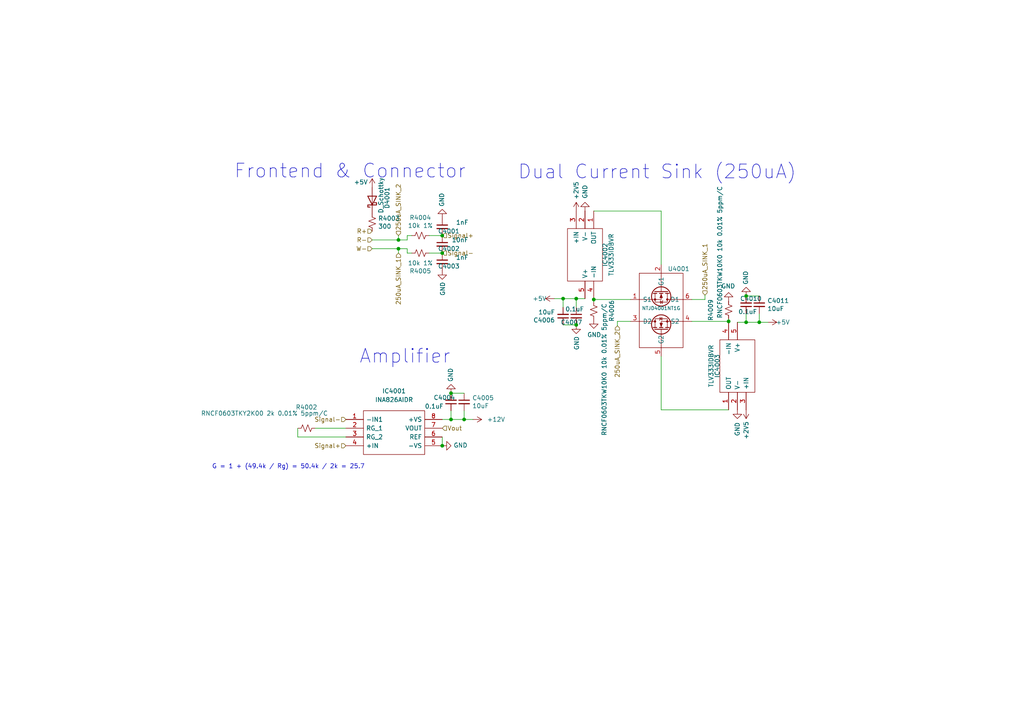
<source format=kicad_sch>
(kicad_sch (version 20231120) (generator "eeschema") (generator_version "8.0")
  (paper "A4")
  (lib_symbols
    (symbol "Device:C_Small" (pin_numbers hide) (pin_names (offset 0.254) hide)
      (property "Reference" "C" (at 0.254 1.778 0))
      (property "Value" "C_Small" (at 0.254 -2.032 0))
      (symbol "C_Small_0_1"
        (polyline (pts (xy -1.524 -0.508) (xy 1.524 -0.508)) (stroke (width 0.3302)))
        (polyline (pts (xy -1.524 0.508) (xy 1.524 0.508)) (stroke (width 0.3048)))
      )
      (symbol "C_Small_1_1"
        (pin passive line (at 0 2.54 270) (length 2.032) (name "~") (number "1"))
        (pin passive line (at 0 -2.54 90) (length 2.032) (name "~") (number "2"))
      )
    )
    (symbol "Device:D_Schottky" (pin_numbers hide) (pin_names (offset 1.016) hide)
      (property "Reference" "D" (at 0 2.54 0))
      (property "Value" "D_Schottky" (at 0 -2.54 0))
      (symbol "D_Schottky_0_1"
        (polyline (pts (xy 1.27 0) (xy -1.27 0)))
        (polyline (pts (xy 1.27 1.27) (xy 1.27 -1.27) (xy -1.27 0) (xy 1.27 1.27)) (stroke (width 0.254)))
        (polyline (pts (xy -1.905 0.635) (xy -1.905 1.27) (xy -1.27 1.27) (xy -1.27 -1.27) (xy -0.635 -1.27) (xy -0.635 -0.635)) (stroke (width 0.254)))
      )
      (symbol "D_Schottky_1_1"
        (pin passive line (at -3.81 0 0) (length 2.54) (name "K") (number "1"))
        (pin passive line (at 3.81 0 180) (length 2.54) (name "A") (number "2"))
      )
    )
    (symbol "Device:R_Small_US" (pin_numbers hide) (pin_names (offset 0.254) hide)
      (property "Reference" "R" (at 0.762 0.508 0))
      (property "Value" "R_Small_US" (at 0.762 -1.016 0))
      (symbol "R_Small_US_1_1"
        (polyline (pts (xy 0 0) (xy 1.016 -0.381) (xy 0 -0.762) (xy -1.016 -1.143) (xy 0 -1.524)))
        (polyline (pts (xy 0 1.524) (xy 1.016 1.143) (xy 0 0.762) (xy -1.016 0.381) (xy 0 0)))
        (pin passive line (at 0 2.54 270) (length 1.016) (name "~") (number "1"))
        (pin passive line (at 0 -2.54 90) (length 1.016) (name "~") (number "2"))
      )
    )
    (symbol "aaa:INA826AIDR" (pin_names (offset 0.762))
      (property "Reference" "IC" (at 24.13 7.62 0))
      (property "Value" "INA826AIDR" (at 24.13 5.08 0))
      (symbol "INA826AIDR_0_0"
        (pin passive line (at 0 0 0) (length 5.08) (name "-IN1") (number "1"))
        (pin passive line (at 0 -2.54 0) (length 5.08) (name "RG_1") (number "2"))
        (pin passive line (at 0 -5.08 0) (length 5.08) (name "RG_2") (number "3"))
        (pin passive line (at 0 -7.62 0) (length 5.08) (name "+IN") (number "4"))
        (pin passive line (at 27.94 -7.62 180) (length 5.08) (name "-VS") (number "5"))
        (pin passive line (at 27.94 -5.08 180) (length 5.08) (name "REF") (number "6"))
        (pin passive line (at 27.94 -2.54 180) (length 5.08) (name "VOUT") (number "7"))
        (pin passive line (at 27.94 0 180) (length 5.08) (name "+VS") (number "8"))
      )
      (symbol "INA826AIDR_0_1"
        (polyline (pts (xy 5.08 2.54) (xy 22.86 2.54) (xy 22.86 -10.16) (xy 5.08 -10.16) (xy 5.08 2.54)) (stroke (width 0.1524)))
      )
    )
    (symbol "aaa:TLV333IDBVR" (pin_names (offset 0.762))
      (property "Reference" "IC" (at 21.59 7.62 0))
      (property "Value" "TLV333IDBVR" (at 21.59 5.08 0))
      (symbol "TLV333IDBVR_0_0"
        (pin passive line (at 0 0 0) (length 5.08) (name "OUT") (number "1"))
        (pin passive line (at 0 -2.54 0) (length 5.08) (name "V-") (number "2"))
        (pin passive line (at 0 -5.08 0) (length 5.08) (name "+IN") (number "3"))
        (pin passive line (at 25.4 0 180) (length 5.08) (name "-IN") (number "4"))
        (pin passive line (at 25.4 -2.54 180) (length 5.08) (name "V+") (number "5"))
      )
      (symbol "TLV333IDBVR_0_1"
        (polyline (pts (xy 5.08 2.54) (xy 20.32 2.54) (xy 20.32 -7.62) (xy 5.08 -7.62) (xy 5.08 2.54)) (stroke (width 0.1524)))
      )
    )
    (symbol "aaa:NTJD4001NT1G" (pin_names (offset 1.016))
      (property "Reference" "U" (at -8.89 -2.54 0))
      (property "Value" "NTJD4001NT1G" (at 1.27 -10.16 90))
      (symbol "NTJD4001NT1G_0_1"
        (rectangle (start -10.16 -3.81) (end 11.43 -16.51))
        (polyline (pts (xy -7.62 -10.16) (xy -10.16 -10.16)))
        (polyline (pts (xy -2.54 -12.7) (xy -2.54 -16.51)))
        (polyline (pts (xy -2.54 -7.62) (xy -2.54 -3.81)))
        (polyline (pts (xy 3.81 -12.7) (xy 3.81 -16.51)))
        (polyline (pts (xy 3.81 -7.62) (xy 3.81 -3.81)))
        (polyline (pts (xy 8.89 -10.16) (xy 11.43 -10.16)))
      )
      (symbol "NTJD4001NT1G_1_1"
        (circle (center -3.429 -10.16) (radius 2.794) (stroke (width 0.254)))
        (circle (center -2.54 -11.938) (radius 0.254) (fill (type outline)))
        (circle (center -2.54 -8.382) (radius 0.254) (fill (type outline)))
        (polyline (pts (xy -4.826 -10.16) (xy -7.62 -10.16)))
        (polyline (pts (xy -4.826 -8.255) (xy -4.826 -12.065)) (stroke (width 0.254)))
        (polyline (pts (xy -4.318 -11.43) (xy -4.318 -12.446)) (stroke (width 0.254)))
        (polyline (pts (xy -4.318 -9.652) (xy -4.318 -10.668)) (stroke (width 0.254)))
        (polyline (pts (xy -4.318 -7.874) (xy -4.318 -8.89)) (stroke (width 0.254)))
        (polyline (pts (xy -2.54 -7.62) (xy -2.54 -8.382)))
        (polyline (pts (xy 3.81 -12.7) (xy 3.81 -11.938)))
        (polyline (pts (xy 5.588 -12.446) (xy 5.588 -11.43)) (stroke (width 0.254)))
        (polyline (pts (xy 5.588 -10.668) (xy 5.588 -9.652)) (stroke (width 0.254)))
        (polyline (pts (xy 5.588 -8.89) (xy 5.588 -7.874)) (stroke (width 0.254)))
        (polyline (pts (xy 6.096 -12.065) (xy 6.096 -8.255)) (stroke (width 0.254)))
        (polyline (pts (xy 6.096 -10.16) (xy 8.89 -10.16)))
        (polyline (pts (xy -2.54 -12.7) (xy -2.54 -10.16) (xy -4.318 -10.16)))
        (polyline (pts (xy 3.81 -7.62) (xy 3.81 -10.16) (xy 5.588 -10.16)))
        (polyline (pts (xy -4.318 -11.938) (xy -1.778 -11.938) (xy -1.778 -8.382) (xy -4.318 -8.382)))
        (polyline (pts (xy -4.064 -10.16) (xy -3.048 -9.779) (xy -3.048 -10.541) (xy -4.064 -10.16)) (fill (type outline)))
        (polyline (pts (xy -2.286 -9.652) (xy -2.159 -9.779) (xy -1.397 -9.779) (xy -1.27 -9.906)))
        (polyline (pts (xy -1.778 -9.779) (xy -2.159 -10.414) (xy -1.397 -10.414) (xy -1.778 -9.779)))
        (polyline (pts (xy 3.048 -10.541) (xy 3.429 -9.906) (xy 2.667 -9.906) (xy 3.048 -10.541)))
        (polyline (pts (xy 3.556 -10.668) (xy 3.429 -10.541) (xy 2.667 -10.541) (xy 2.54 -10.414)))
        (polyline (pts (xy 5.334 -10.16) (xy 4.318 -10.541) (xy 4.318 -9.779) (xy 5.334 -10.16)) (fill (type outline)))
        (polyline (pts (xy 5.588 -8.382) (xy 3.048 -8.382) (xy 3.048 -11.938) (xy 5.588 -11.938)))
        (circle (center 3.81 -11.938) (radius 0.254) (fill (type outline)))
        (circle (center 3.81 -8.382) (radius 0.254) (fill (type outline)))
        (circle (center 4.699 -10.16) (radius 2.794) (stroke (width 0.254)))
        (pin passive line (at -2.54 -19.05 90) (length 2.54) (name "S1") (number "1"))
        (pin input line (at -12.7 -10.16 0) (length 2.54) (name "G1") (number "2"))
        (pin passive line (at 3.81 -19.05 90) (length 2.54) (name "D2") (number "3"))
        (pin passive line (at 3.81 -1.27 270) (length 2.54) (name "S2") (number "4"))
        (pin input line (at 13.97 -10.16 180) (length 2.54) (name "G2") (number "5"))
        (pin passive line (at -2.54 -1.27 270) (length 2.54) (name "D1") (number "6"))
      )
    )
    (symbol "power:+12V" (power) (pin_names (offset 0))
      (property "Value" "+12V" (at 0 3.556 0))
      (symbol "+12V_0_1"
        (polyline (pts (xy -0.762 1.27) (xy 0 2.54)))
        (polyline (pts (xy 0 0) (xy 0 2.54)))
        (polyline (pts (xy 0 2.54) (xy 0.762 1.27)))
      )
      (symbol "+12V_1_1"
        (pin power_in line (at 0 0 90) (length 0) hide (name "+12V") (number "1"))
      )
    )
    (symbol "power:+2V5" (power) (pin_names (offset 0))
      (property "Value" "+2V5" (at 0 3.556 0))
      (symbol "+2V5_0_1"
        (polyline (pts (xy -0.762 1.27) (xy 0 2.54)))
        (polyline (pts (xy 0 0) (xy 0 2.54)))
        (polyline (pts (xy 0 2.54) (xy 0.762 1.27)))
      )
      (symbol "+2V5_1_1"
        (pin power_in line (at 0 0 90) (length 0) hide (name "+2V5") (number "1"))
      )
    )
    (symbol "power:+5V" (power) (pin_names (offset 0))
      (property "Value" "+5V" (at 0 3.556 0))
      (symbol "+5V_0_1"
        (polyline (pts (xy -0.762 1.27) (xy 0 2.54)))
        (polyline (pts (xy 0 0) (xy 0 2.54)))
        (polyline (pts (xy 0 2.54) (xy 0.762 1.27)))
      )
      (symbol "+5V_1_1"
        (pin power_in line (at 0 0 90) (length 0) hide (name "+5V") (number "1"))
      )
    )
    (symbol "power:GND" (power) (pin_names (offset 0))
      (property "Value" "GND" (at 0 -3.81 0))
      (symbol "GND_0_1"
        (polyline (pts (xy 0 0) (xy 0 -1.27) (xy 1.27 -1.27) (xy 0 -2.54) (xy -1.27 -1.27) (xy 0 -1.27)))
      )
      (symbol "GND_1_1"
        (pin power_in line (at 0 0 270) (length 0) hide (name "GND") (number "1"))
      )
    )
  )
  (junction (at 128.27 129.286))
  (junction (at 128.27 68.326))
  (junction (at 216.408 85.852))
  (junction (at 163.322 86.614))
  (junction (at 130.81 114.046))
  (junction (at 211.328 93.218))
  (junction (at 128.27 73.406))
  (junction (at 172.212 86.868))
  (junction (at 216.408 93.472))
  (junction (at 134.62 121.666))
  (junction (at 115.57 72.136))
  (junction (at 167.132 86.614))
  (junction (at 220.218 93.472))
  (junction (at 130.81 121.666))
  (junction (at 115.57 69.596))
  (junction (at 167.132 94.234))
  (wire (pts (xy 134.62 114.046) (xy 130.81 114.046)))
  (wire (pts (xy 220.218 85.852) (xy 216.408 85.852)))
  (wire (pts (xy 86.36 126.746) (xy 100.33 126.746)))
  (wire (pts (xy 204.47 86.868) (xy 204.47 85.598)))
  (wire (pts (xy 128.27 126.746) (xy 128.27 129.286)))
  (wire (pts (xy 160.782 86.614) (xy 163.322 86.614)))
  (wire (pts (xy 86.36 124.206) (xy 86.36 126.746)))
  (wire (pts (xy 211.328 93.218) (xy 211.328 92.456)))
  (wire (pts (xy 200.66 86.868) (xy 204.47 86.868)))
  (wire (pts (xy 167.132 86.614) (xy 169.672 86.614)))
  (wire (pts (xy 222.758 93.472) (xy 220.218 93.472)))
  (wire (pts (xy 191.77 118.872) (xy 211.328 118.872)))
  (wire (pts (xy 115.57 72.136) (xy 115.57 73.406)))
  (wire (pts (xy 216.408 93.472) (xy 213.868 93.472)))
  (wire (pts (xy 220.218 93.472) (xy 216.408 93.472)))
  (wire (pts (xy 134.62 121.666) (xy 130.81 121.666)))
  (wire (pts (xy 163.322 94.234) (xy 167.132 94.234)))
  (wire (pts (xy 172.212 61.214) (xy 191.77 61.214)))
  (wire (pts (xy 134.62 121.666) (xy 137.16 121.666)))
  (wire (pts (xy 118.11 73.406) (xy 118.11 72.136)))
  (wire (pts (xy 163.322 89.154) (xy 163.322 86.614)))
  (wire (pts (xy 172.212 86.614) (xy 172.212 86.868)))
  (wire (pts (xy 118.11 69.596) (xy 115.57 69.596)))
  (wire (pts (xy 107.95 69.596) (xy 115.57 69.596)))
  (wire (pts (xy 191.77 103.378) (xy 191.77 118.872)))
  (wire (pts (xy 128.27 121.666) (xy 130.81 121.666)))
  (wire (pts (xy 91.44 124.206) (xy 100.33 124.206)))
  (wire (pts (xy 216.408 93.472) (xy 216.408 90.932)))
  (wire (pts (xy 134.62 119.126) (xy 134.62 121.666)))
  (wire (pts (xy 130.81 121.666) (xy 130.81 119.126)))
  (wire (pts (xy 191.77 61.214) (xy 191.77 76.708)))
  (wire (pts (xy 167.132 86.614) (xy 167.132 89.154)))
  (wire (pts (xy 124.46 73.406) (xy 128.27 73.406)))
  (wire (pts (xy 172.212 86.868) (xy 182.88 86.868)))
  (wire (pts (xy 119.38 68.326) (xy 118.11 68.326)))
  (wire (pts (xy 182.88 93.218) (xy 179.07 93.218)))
  (wire (pts (xy 211.328 93.472) (xy 211.328 93.218)))
  (wire (pts (xy 118.11 72.136) (xy 115.57 72.136)))
  (wire (pts (xy 115.57 69.596) (xy 115.57 68.326)))
  (wire (pts (xy 179.07 93.218) (xy 179.07 94.488)))
  (wire (pts (xy 172.212 86.868) (xy 172.212 87.63)))
  (wire (pts (xy 118.11 68.326) (xy 118.11 69.596)))
  (wire (pts (xy 107.95 72.136) (xy 115.57 72.136)))
  (wire (pts (xy 124.46 68.326) (xy 128.27 68.326)))
  (wire (pts (xy 220.218 90.932) (xy 220.218 93.472)))
  (wire (pts (xy 163.322 86.614) (xy 167.132 86.614)))
  (wire (pts (xy 200.66 93.218) (xy 211.328 93.218)))
  (wire (pts (xy 119.38 73.406) (xy 118.11 73.406)))
  (text "Dual Current Sink (250uA)" (at 150.114 52.324 0) (effects (font (size 4 4)) (justify left bottom)))
  (text "Frontend & Connector" (at 67.818 52.07 0) (effects (font (size 4 4)) (justify left bottom)))
  (text "Amplifier" (at 104.14 105.791 0) (effects (font (size 4 4)) (justify left bottom)))
  (text "G = 1 + (49.4k / Rg) = 50.4k / 2k = 25.7" (at 61.468 136.144 0) (effects (font (size 1.27 1.27)) (justify left bottom)))
  (hierarchical_label "Signal-" (shape input) (at 128.27 73.406 0))
  (hierarchical_label "250uA_SINK_2" (shape input) (at 179.07 94.488 270))
  (hierarchical_label "Signal-" (shape input) (at 100.33 121.666 180))
  (hierarchical_label "250uA_SINK_2" (shape input) (at 115.57 68.326 90))
  (hierarchical_label "Signal+" (shape input) (at 128.27 68.326 0))
  (hierarchical_label "R-" (shape input) (at 107.95 69.596 180))
  (hierarchical_label "Signal+" (shape input) (at 100.33 129.286 180))
  (hierarchical_label "R+" (shape input) (at 107.95 67.056 180))
  (hierarchical_label "250uA_SINK_1" (shape input) (at 115.57 73.406 270))
  (hierarchical_label "250uA_SINK_1" (shape input) (at 204.47 85.598 90))
  (hierarchical_label "Vout" (shape input) (at 128.27 124.206 0))
  (hierarchical_label "W-" (shape input) (at 107.95 72.136 180))
  (symbol (lib_id "power:GND") (at 216.408 85.852 180) (unit 1)
    (property "Reference" "#PWR04014" (effects (hide yes)))
    (property "Value" "GND" (at 216.281 82.6008 90) (effects (justify right)))
    (instances (project "simplicity_analog_1" (path "" (reference "#PWR04014") (unit 1)) (path "" (reference "#PWR013014") (unit 1)) (path "" (reference "#PWR017014") (unit 1)) (path "" (reference "#PWR025014") (unit 1)) (path "" (reference "#PWR021014") (unit 1)) (path "" (reference "#PWR05014") (unit 1))) (project "analog_frontend_panel" (path "" (reference "#PWR0115") (unit 1)) (path "" (reference "#PWR0131") (unit 1)) (path "" (reference "#PWR0147") (unit 1)) (path "" (reference "#PWR0179") (unit 1)) (path "" (reference "#PWR0163") (unit 1)) (path "" (reference "#PWR099") (unit 1))))
  )
  (symbol (lib_id "power:GND") (at 211.328 87.376 180) (unit 1)
    (property "Reference" "#PWR04012" (effects (hide yes)))
    (property "Value" "GND" (at 211.201 82.9818 0))
    (instances (project "simplicity_analog_1" (path "" (reference "#PWR04012") (unit 1)) (path "" (reference "#PWR013012") (unit 1)) (path "" (reference "#PWR017012") (unit 1)) (path "" (reference "#PWR025012") (unit 1)) (path "" (reference "#PWR021012") (unit 1)) (path "" (reference "#PWR05012") (unit 1))) (project "analog_frontend_panel" (path "" (reference "#PWR0113") (unit 1)) (path "" (reference "#PWR0129") (unit 1)) (path "" (reference "#PWR0145") (unit 1)) (path "" (reference "#PWR0177") (unit 1)) (path "" (reference "#PWR0161") (unit 1)) (path "" (reference "#PWR097") (unit 1))))
  )
  (symbol (lib_id "power:GND") (at 213.868 118.872 0) (unit 1)
    (property "Reference" "#PWR04013" (effects (hide yes)))
    (property "Value" "GND" (at 213.868 122.428 90) (effects (justify right)))
    (instances (project "simplicity_analog_1" (path "" (reference "#PWR04013") (unit 1)) (path "" (reference "#PWR013013") (unit 1)) (path "" (reference "#PWR017013") (unit 1)) (path "" (reference "#PWR025013") (unit 1)) (path "" (reference "#PWR021013") (unit 1)) (path "" (reference "#PWR05013") (unit 1))) (project "analog_frontend_panel" (path "" (reference "#PWR0114") (unit 1)) (path "" (reference "#PWR0130") (unit 1)) (path "" (reference "#PWR0146") (unit 1)) (path "" (reference "#PWR0178") (unit 1)) (path "" (reference "#PWR0162") (unit 1)) (path "" (reference "#PWR098") (unit 1))))
  )
  (symbol (lib_id "Device:R_Small_US") (at 211.328 89.916 180) (unit 1)
    (property "Reference" "R4009" (at 206.121 89.916 90))
    (property "Value" "RNCF0603TKW10K0 10k 0.01% 5ppm/C" (at 208.788 73.152 90))
    (property "Footprint" "Resistor_SMD:R_0603_1608Metric" (effects (hide yes)))
    (property "LCSC" "C2482678" (effects (hide yes)))
    (instances (project "simplicity_analog_1" (path "" (reference "R4009") (unit 1)) (path "" (reference "R13009") (unit 1)) (path "" (reference "R17009") (unit 1)) (path "" (reference "R25009") (unit 1)) (path "" (reference "R21009") (unit 1)) (path "" (reference "R5009") (unit 1))) (project "analog_frontend_panel" (path "" (reference "R56") (unit 1)) (path "" (reference "R65") (unit 1)) (path "" (reference "R74") (unit 1)) (path "" (reference "R92") (unit 1)) (path "" (reference "R83") (unit 1)) (path "" (reference "R47") (unit 1))))
  )
  (symbol (lib_id "power:GND") (at 130.81 114.046 180) (unit 1)
    (property "Reference" "#PWR04005" (effects (hide yes)))
    (property "Value" "GND" (at 130.683 110.7948 90) (effects (justify right)))
    (instances (project "simplicity_analog_1" (path "" (reference "#PWR04005") (unit 1)) (path "" (reference "#PWR013005") (unit 1)) (path "" (reference "#PWR017005") (unit 1)) (path "" (reference "#PWR025005") (unit 1)) (path "" (reference "#PWR021005") (unit 1)) (path "" (reference "#PWR05005") (unit 1))) (project "analog_frontend_panel" (path "" (reference "#PWR0106") (unit 1)) (path "" (reference "#PWR0122") (unit 1)) (path "" (reference "#PWR0138") (unit 1)) (path "" (reference "#PWR0170") (unit 1)) (path "" (reference "#PWR0154") (unit 1)) (path "" (reference "#PWR090") (unit 1))))
  )
  (symbol (lib_id "aaa:TLV333IDBVR") (at 172.212 61.214 270) (unit 1)
    (property "Reference" "IC4002" (at 175.514 73.914 0))
    (property "Value" "TLV333IDBVR" (at 177.292 73.914 0))
    (property "Footprint" "Package_TO_SOT_SMD:SOT-23-5" (effects (hide yes)))
    (property "Datasheet" "http://www.ti.com/lit/gpn/tlv333" (effects (hide yes)))
    (property "Description" "350 kHz, Low-Noise, RRIO, CMOS Operational Amplifier for Cost-Sensitive Systems" (effects (hide yes)))
    (property "Height" "1.45" (effects (hide yes)))
    (property "Manufacturer_Name" "Texas Instruments" (effects (hide yes)))
    (property "Manufacturer_Part_Number" "TLV333IDBVR" (effects (hide yes)))
    (property "Mouser Part Number" "595-TLV333IDBVR" (effects (hide yes)))
    (property "Mouser Price/Stock" "https://www.mouser.co.uk/ProductDetail/Texas-Instruments/TLV333IDBVR?qs=n%252BTO0c4TDSbTbn2suQLlAQ%3D%3D" (effects (hide yes)))
    (property "Arrow Part Number" "TLV333IDBVR" (effects (hide yes)))
    (property "Arrow Price/Stock" "https://www.arrow.com/en/products/tlv333idbvr/texas-instruments" (effects (hide yes)))
    (instances (project "simplicity_analog_1" (path "" (reference "IC4002") (unit 1)) (path "" (reference "IC13002") (unit 1)) (path "" (reference "IC17002") (unit 1)) (path "" (reference "IC25002") (unit 1)) (path "" (reference "IC21002") (unit 1)) (path "" (reference "IC5002") (unit 1))) (project "analog_frontend_panel" (path "" (reference "IC16") (unit 1)) (path "" (reference "IC19") (unit 1)) (path "" (reference "IC22") (unit 1)) (path "" (reference "IC28") (unit 1)) (path "" (reference "IC25") (unit 1)) (path "" (reference "IC13") (unit 1))))
  )
  (symbol (lib_id "Device:R_Small_US") (at 121.92 68.326 270) (unit 1)
    (property "Reference" "R4004" (at 121.92 63.119 90))
    (property "Value" "10k 1%" (at 121.92 65.4304 90))
    (property "Footprint" "Capacitor_SMD:C_0402_1005Metric" (effects (hide yes)))
    (instances (project "simplicity_analog_1" (path "" (reference "R4004") (unit 1)) (path "" (reference "R13004") (unit 1)) (path "" (reference "R17004") (unit 1)) (path "" (reference "R25004") (unit 1)) (path "" (reference "R21004") (unit 1)) (path "" (reference "R5004") (unit 1))) (project "analog_frontend_panel" (path "" (reference "R51") (unit 1)) (path "" (reference "R60") (unit 1)) (path "" (reference "R69") (unit 1)) (path "" (reference "R87") (unit 1)) (path "" (reference "R78") (unit 1)) (path "" (reference "R42") (unit 1))))
  )
  (symbol (lib_id "Device:C_Small") (at 128.27 65.786 0) (unit 1)
    (property "Reference" "C4001" (at 133.35 67.056 0) (effects (justify right)))
    (property "Value" "1nF" (at 135.89 64.516 0) (effects (justify right)))
    (property "Footprint" "Capacitor_SMD:C_0402_1005Metric" (effects (hide yes)))
    (instances (project "simplicity_analog_1" (path "" (reference "C4001") (unit 1)) (path "" (reference "C13001") (unit 1)) (path "" (reference "C17001") (unit 1)) (path "" (reference "C25001") (unit 1)) (path "" (reference "C21001") (unit 1)) (path "" (reference "C5001") (unit 1))) (project "analog_frontend_panel" (path "" (reference "C60") (unit 1)) (path "" (reference "C71") (unit 1)) (path "" (reference "C82") (unit 1)) (path "" (reference "C104") (unit 1)) (path "" (reference "C93") (unit 1)) (path "" (reference "C49") (unit 1))))
  )
  (symbol (lib_id "Device:C_Small") (at 128.27 70.866 0) (unit 1)
    (property "Reference" "C4002" (at 133.35 72.136 0) (effects (justify right)))
    (property "Value" "10nF" (at 135.89 69.596 0) (effects (justify right)))
    (property "Footprint" "Capacitor_SMD:C_0402_1005Metric" (effects (hide yes)))
    (instances (project "simplicity_analog_1" (path "" (reference "C4002") (unit 1)) (path "" (reference "C13002") (unit 1)) (path "" (reference "C17002") (unit 1)) (path "" (reference "C25002") (unit 1)) (path "" (reference "C21002") (unit 1)) (path "" (reference "C5002") (unit 1))) (project "analog_frontend_panel" (path "" (reference "C61") (unit 1)) (path "" (reference "C72") (unit 1)) (path "" (reference "C83") (unit 1)) (path "" (reference "C105") (unit 1)) (path "" (reference "C94") (unit 1)) (path "" (reference "C50") (unit 1))))
  )
  (symbol (lib_id "Device:C_Small") (at 163.322 91.694 180) (unit 1)
    (property "Reference" "C4006" (at 160.9852 92.8624 0) (effects (justify left)))
    (property "Value" "10uF" (at 160.9852 90.551 0) (effects (justify left)))
    (property "Footprint" "Capacitor_SMD:C_0603_1608Metric" (effects (hide yes)))
    (instances (project "simplicity_analog_1" (path "" (reference "C4006") (unit 1)) (path "" (reference "C13006") (unit 1)) (path "" (reference "C17006") (unit 1)) (path "" (reference "C25006") (unit 1)) (path "" (reference "C21006") (unit 1)) (path "" (reference "C5006") (unit 1))) (project "analog_frontend_panel" (path "" (reference "C65") (unit 1)) (path "" (reference "C76") (unit 1)) (path "" (reference "C87") (unit 1)) (path "" (reference "C109") (unit 1)) (path "" (reference "C98") (unit 1)) (path "" (reference "C54") (unit 1))))
  )
  (symbol (lib_id "power:+12V") (at 137.16 121.666 270) (unit 1)
    (property "Reference" "#PWR04006" (effects (hide yes)))
    (property "Value" "+12V" (at 141.224 121.6659 90) (effects (justify left)))
    (instances (project "simplicity_analog_1" (path "" (reference "#PWR04006") (unit 1)) (path "" (reference "#PWR013006") (unit 1)) (path "" (reference "#PWR017006") (unit 1)) (path "" (reference "#PWR025006") (unit 1)) (path "" (reference "#PWR021006") (unit 1)) (path "" (reference "#PWR05006") (unit 1))) (project "analog_frontend_panel" (path "" (reference "#PWR0107") (unit 1)) (path "" (reference "#PWR0123") (unit 1)) (path "" (reference "#PWR0139") (unit 1)) (path "" (reference "#PWR0171") (unit 1)) (path "" (reference "#PWR0155") (unit 1)) (path "" (reference "#PWR091") (unit 1))))
  )
  (symbol (lib_id "power:+5V") (at 160.782 86.614 90) (unit 1)
    (property "Reference" "#PWR04007" (effects (hide yes)))
    (property "Value" "+5V" (at 154.432 86.614 90) (effects (justify right)))
    (instances (project "simplicity_analog_1" (path "" (reference "#PWR04007") (unit 1)) (path "" (reference "#PWR013007") (unit 1)) (path "" (reference "#PWR017007") (unit 1)) (path "" (reference "#PWR025007") (unit 1)) (path "" (reference "#PWR021007") (unit 1)) (path "" (reference "#PWR05007") (unit 1))) (project "analog_frontend_panel" (path "" (reference "#PWR0108") (unit 1)) (path "" (reference "#PWR0124") (unit 1)) (path "" (reference "#PWR0140") (unit 1)) (path "" (reference "#PWR0172") (unit 1)) (path "" (reference "#PWR0156") (unit 1)) (path "" (reference "#PWR092") (unit 1))))
  )
  (symbol (lib_id "power:GND") (at 128.27 129.286 90) (unit 1)
    (property "Reference" "#PWR04004" (effects (hide yes)))
    (property "Value" "GND" (at 131.5212 129.159 90) (effects (justify right)))
    (instances (project "simplicity_analog_1" (path "" (reference "#PWR04004") (unit 1)) (path "" (reference "#PWR013004") (unit 1)) (path "" (reference "#PWR017004") (unit 1)) (path "" (reference "#PWR025004") (unit 1)) (path "" (reference "#PWR021004") (unit 1)) (path "" (reference "#PWR05004") (unit 1))) (project "analog_frontend_panel" (path "" (reference "#PWR0105") (unit 1)) (path "" (reference "#PWR0121") (unit 1)) (path "" (reference "#PWR0137") (unit 1)) (path "" (reference "#PWR0169") (unit 1)) (path "" (reference "#PWR0153") (unit 1)) (path "" (reference "#PWR089") (unit 1))))
  )
  (symbol (lib_id "Device:C_Small") (at 167.132 91.694 0) (unit 1)
    (property "Reference" "C4007" (at 168.91 93.472 0) (effects (justify right)))
    (property "Value" "0.1uF" (at 169.418 89.662 0) (effects (justify right)))
    (property "Footprint" "Capacitor_SMD:C_0402_1005Metric" (effects (hide yes)))
    (instances (project "simplicity_analog_1" (path "" (reference "C4007") (unit 1)) (path "" (reference "C13007") (unit 1)) (path "" (reference "C17007") (unit 1)) (path "" (reference "C25007") (unit 1)) (path "" (reference "C21007") (unit 1)) (path "" (reference "C5007") (unit 1))) (project "analog_frontend_panel" (path "" (reference "C66") (unit 1)) (path "" (reference "C77") (unit 1)) (path "" (reference "C88") (unit 1)) (path "" (reference "C110") (unit 1)) (path "" (reference "C99") (unit 1)) (path "" (reference "C55") (unit 1))))
  )
  (symbol (lib_id "Device:R_Small_US") (at 107.95 64.516 0) (unit 1)
    (property "Reference" "R4003" (at 109.6772 63.3476 0) (effects (justify left)))
    (property "Value" "300" (at 109.6772 65.659 0) (effects (justify left)))
    (property "Footprint" "Resistor_SMD:R_0805_2012Metric" (effects (hide yes)))
    (instances (project "simplicity_analog_1" (path "" (reference "R4003") (unit 1)) (path "" (reference "R13003") (unit 1)) (path "" (reference "R17003") (unit 1)) (path "" (reference "R25003") (unit 1)) (path "" (reference "R21003") (unit 1)) (path "" (reference "R5003") (unit 1))) (project "analog_frontend_panel" (path "" (reference "R50") (unit 1)) (path "" (reference "R59") (unit 1)) (path "" (reference "R68") (unit 1)) (path "" (reference "R86") (unit 1)) (path "" (reference "R77") (unit 1)) (path "" (reference "R41") (unit 1))))
  )
  (symbol (lib_id "Device:D_Schottky") (at 107.95 58.166 90) (unit 1)
    (property "Reference" "D4001" (at 112.268 57.404 0))
    (property "Value" "D_Schottky" (at 110.49 56.642 0))
    (property "Footprint" "Diode_SMD:D_SMA" (effects (hide yes)))
    (property "LCSC" "C22452" (effects (hide yes)))
    (instances (project "simplicity_analog_1" (path "" (reference "D4001") (unit 1)) (path "" (reference "D13001") (unit 1)) (path "" (reference "D17001") (unit 1)) (path "" (reference "D25001") (unit 1)) (path "" (reference "D21001") (unit 1)) (path "" (reference "D5001") (unit 1))) (project "analog_frontend_panel" (path "" (reference "D8") (unit 1)) (path "" (reference "D9") (unit 1)) (path "" (reference "D10") (unit 1)) (path "" (reference "D12") (unit 1)) (path "" (reference "D11") (unit 1)) (path "" (reference "D7") (unit 1))))
  )
  (symbol (lib_id "Device:C_Small") (at 216.408 88.392 180) (unit 1)
    (property "Reference" "C4010" (at 214.63 86.614 0) (effects (justify right)))
    (property "Value" "0.1uF" (at 214.122 90.424 0) (effects (justify right)))
    (property "Footprint" "Capacitor_SMD:C_0402_1005Metric" (effects (hide yes)))
    (instances (project "simplicity_analog_1" (path "" (reference "C4010") (unit 1)) (path "" (reference "C13010") (unit 1)) (path "" (reference "C17010") (unit 1)) (path "" (reference "C25010") (unit 1)) (path "" (reference "C21010") (unit 1)) (path "" (reference "C5010") (unit 1))) (project "analog_frontend_panel" (path "" (reference "C69") (unit 1)) (path "" (reference "C80") (unit 1)) (path "" (reference "C91") (unit 1)) (path "" (reference "C113") (unit 1)) (path "" (reference "C102") (unit 1)) (path "" (reference "C58") (unit 1))))
  )
  (symbol (lib_id "power:GND") (at 128.27 78.486 0) (unit 1)
    (property "Reference" "#PWR04003" (effects (hide yes)))
    (property "Value" "GND" (at 128.397 81.7372 90) (effects (justify right)))
    (instances (project "simplicity_analog_1" (path "" (reference "#PWR04003") (unit 1)) (path "" (reference "#PWR013003") (unit 1)) (path "" (reference "#PWR017003") (unit 1)) (path "" (reference "#PWR025003") (unit 1)) (path "" (reference "#PWR021003") (unit 1)) (path "" (reference "#PWR05003") (unit 1))) (project "analog_frontend_panel" (path "" (reference "#PWR0104") (unit 1)) (path "" (reference "#PWR0120") (unit 1)) (path "" (reference "#PWR0136") (unit 1)) (path "" (reference "#PWR0168") (unit 1)) (path "" (reference "#PWR0152") (unit 1)) (path "" (reference "#PWR088") (unit 1))))
  )
  (symbol (lib_id "aaa:NTJD4001NT1G") (at 201.93 89.408 270) (unit 1)
    (property "Reference" "U4001" (at 196.85 77.978 90))
    (property "Value" "NTJD4001NT1G" (at 191.77 89.408 90) (effects (font (size 0.9906 0.9906))))
    (property "Footprint" "Package_TO_SOT_SMD:SOT-363_SC-70-6" (effects (hide yes)))
    (property "LCSC" "C190019" (effects (hide yes)))
    (instances (project "simplicity_analog_1" (path "" (reference "U4001") (unit 1)) (path "" (reference "U13001") (unit 1)) (path "" (reference "U17001") (unit 1)) (path "" (reference "U25001") (unit 1)) (path "" (reference "U21001") (unit 1)) (path "" (reference "U5001") (unit 1))) (project "analog_frontend_panel" (path "" (reference "U2") (unit 1)) (path "" (reference "U3") (unit 1)) (path "" (reference "U4") (unit 1)) (path "" (reference "U6") (unit 1)) (path "" (reference "U5") (unit 1)) (path "" (reference "U1") (unit 1))))
  )
  (symbol (lib_id "Device:R_Small_US") (at 88.9 124.206 270) (unit 1)
    (property "Reference" "R4002" (at 88.9 118.11 90))
    (property "Value" "RNCF0603TKY2K00 2k 0.01% 5ppm/C" (at 76.708 119.888 90))
    (property "Footprint" "Resistor_SMD:R_0603_1608Metric" (effects (hide yes)))
    (property "LCSC" "C346578" (effects (hide yes)))
    (instances (project "simplicity_analog_1" (path "" (reference "R4002") (unit 1)) (path "" (reference "R13002") (unit 1)) (path "" (reference "R17002") (unit 1)) (path "" (reference "R25002") (unit 1)) (path "" (reference "R21002") (unit 1)) (path "" (reference "R5002") (unit 1))) (project "analog_frontend_panel" (path "" (reference "R49") (unit 1)) (path "" (reference "R58") (unit 1)) (path "" (reference "R67") (unit 1)) (path "" (reference "R85") (unit 1)) (path "" (reference "R76") (unit 1)) (path "" (reference "R40") (unit 1))))
  )
  (symbol (lib_id "power:GND") (at 172.212 92.71 0) (unit 1)
    (property "Reference" "#PWR04011" (effects (hide yes)))
    (property "Value" "GND" (at 172.339 97.1042 0))
    (instances (project "simplicity_analog_1" (path "" (reference "#PWR04011") (unit 1)) (path "" (reference "#PWR013011") (unit 1)) (path "" (reference "#PWR017011") (unit 1)) (path "" (reference "#PWR025011") (unit 1)) (path "" (reference "#PWR021011") (unit 1)) (path "" (reference "#PWR05011") (unit 1))) (project "analog_frontend_panel" (path "" (reference "#PWR0112") (unit 1)) (path "" (reference "#PWR0128") (unit 1)) (path "" (reference "#PWR0144") (unit 1)) (path "" (reference "#PWR0176") (unit 1)) (path "" (reference "#PWR0160") (unit 1)) (path "" (reference "#PWR096") (unit 1))))
  )
  (symbol (lib_id "Device:R_Small_US") (at 172.212 90.17 0) (unit 1)
    (property "Reference" "R4006" (at 177.419 90.17 90))
    (property "Value" "RNCF0603TKW10K0 10k 0.01% 5ppm/C" (at 175.26 107.188 90))
    (property "Footprint" "Resistor_SMD:R_0603_1608Metric" (effects (hide yes)))
    (property "LCSC" "C2482678" (effects (hide yes)))
    (instances (project "simplicity_analog_1" (path "" (reference "R4006") (unit 1)) (path "" (reference "R13006") (unit 1)) (path "" (reference "R17006") (unit 1)) (path "" (reference "R25006") (unit 1)) (path "" (reference "R21006") (unit 1)) (path "" (reference "R5006") (unit 1))) (project "analog_frontend_panel" (path "" (reference "R53") (unit 1)) (path "" (reference "R62") (unit 1)) (path "" (reference "R71") (unit 1)) (path "" (reference "R89") (unit 1)) (path "" (reference "R80") (unit 1)) (path "" (reference "R44") (unit 1))))
  )
  (symbol (lib_id "Device:R_Small_US") (at 121.92 73.406 270) (unit 1)
    (property "Reference" "R4005" (at 121.92 78.613 90))
    (property "Value" "10k 1%" (at 121.92 76.3016 90))
    (property "Footprint" "Capacitor_SMD:C_0402_1005Metric" (effects (hide yes)))
    (instances (project "simplicity_analog_1" (path "" (reference "R4005") (unit 1)) (path "" (reference "R13005") (unit 1)) (path "" (reference "R17005") (unit 1)) (path "" (reference "R25005") (unit 1)) (path "" (reference "R21005") (unit 1)) (path "" (reference "R5005") (unit 1))) (project "analog_frontend_panel" (path "" (reference "R52") (unit 1)) (path "" (reference "R61") (unit 1)) (path "" (reference "R70") (unit 1)) (path "" (reference "R88") (unit 1)) (path "" (reference "R79") (unit 1)) (path "" (reference "R43") (unit 1))))
  )
  (symbol (lib_id "power:+2V5") (at 167.132 61.214 0) (unit 1)
    (property "Reference" "#PWR04008" (effects (hide yes)))
    (property "Value" "+2V5" (at 167.132 57.912 90) (effects (justify left)))
    (instances (project "simplicity_analog_1" (path "" (reference "#PWR04008") (unit 1)) (path "" (reference "#PWR013008") (unit 1)) (path "" (reference "#PWR017008") (unit 1)) (path "" (reference "#PWR025008") (unit 1)) (path "" (reference "#PWR021008") (unit 1)) (path "" (reference "#PWR05008") (unit 1))) (project "analog_frontend_panel" (path "" (reference "#PWR0109") (unit 1)) (path "" (reference "#PWR0125") (unit 1)) (path "" (reference "#PWR0141") (unit 1)) (path "" (reference "#PWR0173") (unit 1)) (path "" (reference "#PWR0157") (unit 1)) (path "" (reference "#PWR093") (unit 1))))
  )
  (symbol (lib_id "Device:C_Small") (at 130.81 116.586 180) (unit 1)
    (property "Reference" "C4004" (at 125.73 115.316 0) (effects (justify right)))
    (property "Value" "0.1uF" (at 123.19 117.856 0) (effects (justify right)))
    (property "Footprint" "Capacitor_SMD:C_0402_1005Metric" (effects (hide yes)))
    (instances (project "simplicity_analog_1" (path "" (reference "C4004") (unit 1)) (path "" (reference "C13004") (unit 1)) (path "" (reference "C17004") (unit 1)) (path "" (reference "C25004") (unit 1)) (path "" (reference "C21004") (unit 1)) (path "" (reference "C5004") (unit 1))) (project "analog_frontend_panel" (path "" (reference "C63") (unit 1)) (path "" (reference "C74") (unit 1)) (path "" (reference "C85") (unit 1)) (path "" (reference "C107") (unit 1)) (path "" (reference "C96") (unit 1)) (path "" (reference "C52") (unit 1))))
  )
  (symbol (lib_id "power:+5V") (at 222.758 93.472 270) (unit 1)
    (property "Reference" "#PWR04016" (effects (hide yes)))
    (property "Value" "+5V" (at 229.108 93.472 90) (effects (justify right)))
    (instances (project "simplicity_analog_1" (path "" (reference "#PWR04016") (unit 1)) (path "" (reference "#PWR013016") (unit 1)) (path "" (reference "#PWR017016") (unit 1)) (path "" (reference "#PWR025016") (unit 1)) (path "" (reference "#PWR021016") (unit 1)) (path "" (reference "#PWR05016") (unit 1))) (project "analog_frontend_panel" (path "" (reference "#PWR0117") (unit 1)) (path "" (reference "#PWR0133") (unit 1)) (path "" (reference "#PWR0149") (unit 1)) (path "" (reference "#PWR0181") (unit 1)) (path "" (reference "#PWR0165") (unit 1)) (path "" (reference "#PWR0101") (unit 1))))
  )
  (symbol (lib_id "power:+5V") (at 107.95 54.356 0) (unit 1)
    (property "Reference" "#PWR04001" (effects (hide yes)))
    (property "Value" "+5V" (at 102.616 52.832 0) (effects (justify left)))
    (instances (project "simplicity_analog_1" (path "" (reference "#PWR04001") (unit 1)) (path "" (reference "#PWR013001") (unit 1)) (path "" (reference "#PWR017001") (unit 1)) (path "" (reference "#PWR025001") (unit 1)) (path "" (reference "#PWR021001") (unit 1)) (path "" (reference "#PWR05001") (unit 1))) (project "analog_frontend_panel" (path "" (reference "#PWR0102") (unit 1)) (path "" (reference "#PWR0118") (unit 1)) (path "" (reference "#PWR0134") (unit 1)) (path "" (reference "#PWR0166") (unit 1)) (path "" (reference "#PWR0150") (unit 1)) (path "" (reference "#PWR086") (unit 1))))
  )
  (symbol (lib_id "Device:C_Small") (at 220.218 88.392 0) (unit 1)
    (property "Reference" "C4011" (at 222.5548 87.2236 0) (effects (justify left)))
    (property "Value" "10uF" (at 222.5548 89.535 0) (effects (justify left)))
    (property "Footprint" "Capacitor_SMD:C_0603_1608Metric" (effects (hide yes)))
    (instances (project "simplicity_analog_1" (path "" (reference "C4011") (unit 1)) (path "" (reference "C13011") (unit 1)) (path "" (reference "C17011") (unit 1)) (path "" (reference "C25011") (unit 1)) (path "" (reference "C21011") (unit 1)) (path "" (reference "C5011") (unit 1))) (project "analog_frontend_panel" (path "" (reference "C70") (unit 1)) (path "" (reference "C81") (unit 1)) (path "" (reference "C92") (unit 1)) (path "" (reference "C114") (unit 1)) (path "" (reference "C103") (unit 1)) (path "" (reference "C59") (unit 1))))
  )
  (symbol (lib_id "power:GND") (at 169.672 61.214 180) (unit 1)
    (property "Reference" "#PWR04010" (effects (hide yes)))
    (property "Value" "GND" (at 169.672 57.658 90) (effects (justify right)))
    (instances (project "simplicity_analog_1" (path "" (reference "#PWR04010") (unit 1)) (path "" (reference "#PWR013010") (unit 1)) (path "" (reference "#PWR017010") (unit 1)) (path "" (reference "#PWR025010") (unit 1)) (path "" (reference "#PWR021010") (unit 1)) (path "" (reference "#PWR05010") (unit 1))) (project "analog_frontend_panel" (path "" (reference "#PWR0111") (unit 1)) (path "" (reference "#PWR0127") (unit 1)) (path "" (reference "#PWR0143") (unit 1)) (path "" (reference "#PWR0175") (unit 1)) (path "" (reference "#PWR0159") (unit 1)) (path "" (reference "#PWR095") (unit 1))))
  )
  (symbol (lib_id "aaa:INA826AIDR") (at 100.33 121.666 0) (unit 1)
    (property "Reference" "IC4001" (at 114.3 113.411 0))
    (property "Value" "INA826AIDR" (at 114.3 115.951 0))
    (property "Footprint" "aaa:SOIC127P600X175-8N" (effects (hide yes)))
    (property "Datasheet" "http://www.ti.com/lit/gpn/ina826" (effects (hide yes)))
    (property "Description" "Precision, 200-uA Supply Current, 36-V Supply Instrumentation Amplifier" (effects (hide yes)))
    (property "Height" "1.75" (effects (hide yes)))
    (property "Manufacturer_Name" "Texas Instruments" (effects (hide yes)))
    (property "Manufacturer_Part_Number" "INA826AIDR" (effects (hide yes)))
    (property "Mouser Part Number" "595-INA826AIDR" (effects (hide yes)))
    (property "Mouser Price/Stock" "https://www.mouser.co.uk/ProductDetail/Texas-Instruments/INA826AIDR?qs=RqytGdBYyUFuQNJtlkA6aQ%3D%3D" (effects (hide yes)))
    (property "Arrow Part Number" "INA826AIDR" (effects (hide yes)))
    (property "Arrow Price/Stock" "https://www.arrow.com/en/products/ina826aidr/texas-instruments?region=nac" (effects (hide yes)))
    (property "LCSC" "C38433" (effects (hide yes)))
    (instances (project "simplicity_analog_1" (path "" (reference "IC4001") (unit 1)) (path "" (reference "IC13001") (unit 1)) (path "" (reference "IC17001") (unit 1)) (path "" (reference "IC25001") (unit 1)) (path "" (reference "IC21001") (unit 1)) (path "" (reference "IC5001") (unit 1))) (project "analog_frontend_panel" (path "" (reference "IC15") (unit 1)) (path "" (reference "IC18") (unit 1)) (path "" (reference "IC21") (unit 1)) (path "" (reference "IC27") (unit 1)) (path "" (reference "IC24") (unit 1)) (path "" (reference "IC12") (unit 1))))
  )
  (symbol (lib_id "power:GND") (at 167.132 94.234 0) (unit 1)
    (property "Reference" "#PWR04009" (effects (hide yes)))
    (property "Value" "GND" (at 167.259 97.4852 90) (effects (justify right)))
    (instances (project "simplicity_analog_1" (path "" (reference "#PWR04009") (unit 1)) (path "" (reference "#PWR013009") (unit 1)) (path "" (reference "#PWR017009") (unit 1)) (path "" (reference "#PWR025009") (unit 1)) (path "" (reference "#PWR021009") (unit 1)) (path "" (reference "#PWR05009") (unit 1))) (project "analog_frontend_panel" (path "" (reference "#PWR0110") (unit 1)) (path "" (reference "#PWR0126") (unit 1)) (path "" (reference "#PWR0142") (unit 1)) (path "" (reference "#PWR0174") (unit 1)) (path "" (reference "#PWR0158") (unit 1)) (path "" (reference "#PWR094") (unit 1))))
  )
  (symbol (lib_id "Device:C_Small") (at 134.62 116.586 0) (unit 1)
    (property "Reference" "C4005" (at 136.9568 115.4176 0) (effects (justify left)))
    (property "Value" "10uF" (at 136.9568 117.729 0) (effects (justify left)))
    (property "Footprint" "Capacitor_SMD:C_0603_1608Metric" (effects (hide yes)))
    (instances (project "simplicity_analog_1" (path "" (reference "C4005") (unit 1)) (path "" (reference "C13005") (unit 1)) (path "" (reference "C17005") (unit 1)) (path "" (reference "C25005") (unit 1)) (path "" (reference "C21005") (unit 1)) (path "" (reference "C5005") (unit 1))) (project "analog_frontend_panel" (path "" (reference "C64") (unit 1)) (path "" (reference "C75") (unit 1)) (path "" (reference "C86") (unit 1)) (path "" (reference "C108") (unit 1)) (path "" (reference "C97") (unit 1)) (path "" (reference "C53") (unit 1))))
  )
  (symbol (lib_id "power:+2V5") (at 216.408 118.872 180) (unit 1)
    (property "Reference" "#PWR04015" (effects (hide yes)))
    (property "Value" "+2V5" (at 216.408 122.174 90) (effects (justify left)))
    (instances (project "simplicity_analog_1" (path "" (reference "#PWR04015") (unit 1)) (path "" (reference "#PWR013015") (unit 1)) (path "" (reference "#PWR017015") (unit 1)) (path "" (reference "#PWR025015") (unit 1)) (path "" (reference "#PWR021015") (unit 1)) (path "" (reference "#PWR05015") (unit 1))) (project "analog_frontend_panel" (path "" (reference "#PWR0116") (unit 1)) (path "" (reference "#PWR0132") (unit 1)) (path "" (reference "#PWR0148") (unit 1)) (path "" (reference "#PWR0180") (unit 1)) (path "" (reference "#PWR0164") (unit 1)) (path "" (reference "#PWR0100") (unit 1))))
  )
  (symbol (lib_id "aaa:TLV333IDBVR") (at 211.328 118.872 90) (unit 1)
    (property "Reference" "IC4003" (at 208.026 106.172 0))
    (property "Value" "TLV333IDBVR" (at 206.248 106.172 0))
    (property "Footprint" "Package_TO_SOT_SMD:SOT-23-5" (effects (hide yes)))
    (property "Datasheet" "http://www.ti.com/lit/gpn/tlv333" (effects (hide yes)))
    (property "Description" "350 kHz, Low-Noise, RRIO, CMOS Operational Amplifier for Cost-Sensitive Systems" (effects (hide yes)))
    (property "Height" "1.45" (effects (hide yes)))
    (property "Manufacturer_Name" "Texas Instruments" (effects (hide yes)))
    (property "Manufacturer_Part_Number" "TLV333IDBVR" (effects (hide yes)))
    (property "Mouser Part Number" "595-TLV333IDBVR" (effects (hide yes)))
    (property "Mouser Price/Stock" "https://www.mouser.co.uk/ProductDetail/Texas-Instruments/TLV333IDBVR?qs=n%252BTO0c4TDSbTbn2suQLlAQ%3D%3D" (effects (hide yes)))
    (property "Arrow Part Number" "TLV333IDBVR" (effects (hide yes)))
    (property "Arrow Price/Stock" "https://www.arrow.com/en/products/tlv333idbvr/texas-instruments" (effects (hide yes)))
    (instances (project "simplicity_analog_1" (path "" (reference "IC4003") (unit 1)) (path "" (reference "IC13003") (unit 1)) (path "" (reference "IC17003") (unit 1)) (path "" (reference "IC25003") (unit 1)) (path "" (reference "IC21003") (unit 1)) (path "" (reference "IC5003") (unit 1))) (project "analog_frontend_panel" (path "" (reference "IC17") (unit 1)) (path "" (reference "IC20") (unit 1)) (path "" (reference "IC23") (unit 1)) (path "" (reference "IC29") (unit 1)) (path "" (reference "IC26") (unit 1)) (path "" (reference "IC14") (unit 1))))
  )
  (symbol (lib_id "Device:C_Small") (at 128.27 75.946 0) (unit 1)
    (property "Reference" "C4003" (at 133.35 77.216 0) (effects (justify right)))
    (property "Value" "1nF" (at 135.89 74.676 0) (effects (justify right)))
    (property "Footprint" "Capacitor_SMD:C_0402_1005Metric" (effects (hide yes)))
    (instances (project "simplicity_analog_1" (path "" (reference "C4003") (unit 1)) (path "" (reference "C13003") (unit 1)) (path "" (reference "C17003") (unit 1)) (path "" (reference "C25003") (unit 1)) (path "" (reference "C21003") (unit 1)) (path "" (reference "C5003") (unit 1))) (project "analog_frontend_panel" (path "" (reference "C62") (unit 1)) (path "" (reference "C73") (unit 1)) (path "" (reference "C84") (unit 1)) (path "" (reference "C106") (unit 1)) (path "" (reference "C95") (unit 1)) (path "" (reference "C51") (unit 1))))
  )
  (symbol (lib_id "power:GND") (at 128.27 63.246 180) (unit 1)
    (property "Reference" "#PWR04002" (effects (hide yes)))
    (property "Value" "GND" (at 128.143 59.9948 90) (effects (justify right)))
    (instances (project "simplicity_analog_1" (path "" (reference "#PWR04002") (unit 1)) (path "" (reference "#PWR013002") (unit 1)) (path "" (reference "#PWR017002") (unit 1)) (path "" (reference "#PWR025002") (unit 1)) (path "" (reference "#PWR021002") (unit 1)) (path "" (reference "#PWR05002") (unit 1))) (project "analog_frontend_panel" (path "" (reference "#PWR0103") (unit 1)) (path "" (reference "#PWR0119") (unit 1)) (path "" (reference "#PWR0135") (unit 1)) (path "" (reference "#PWR0167") (unit 1)) (path "" (reference "#PWR0151") (unit 1)) (path "" (reference "#PWR087") (unit 1))))
  )
)
</source>
